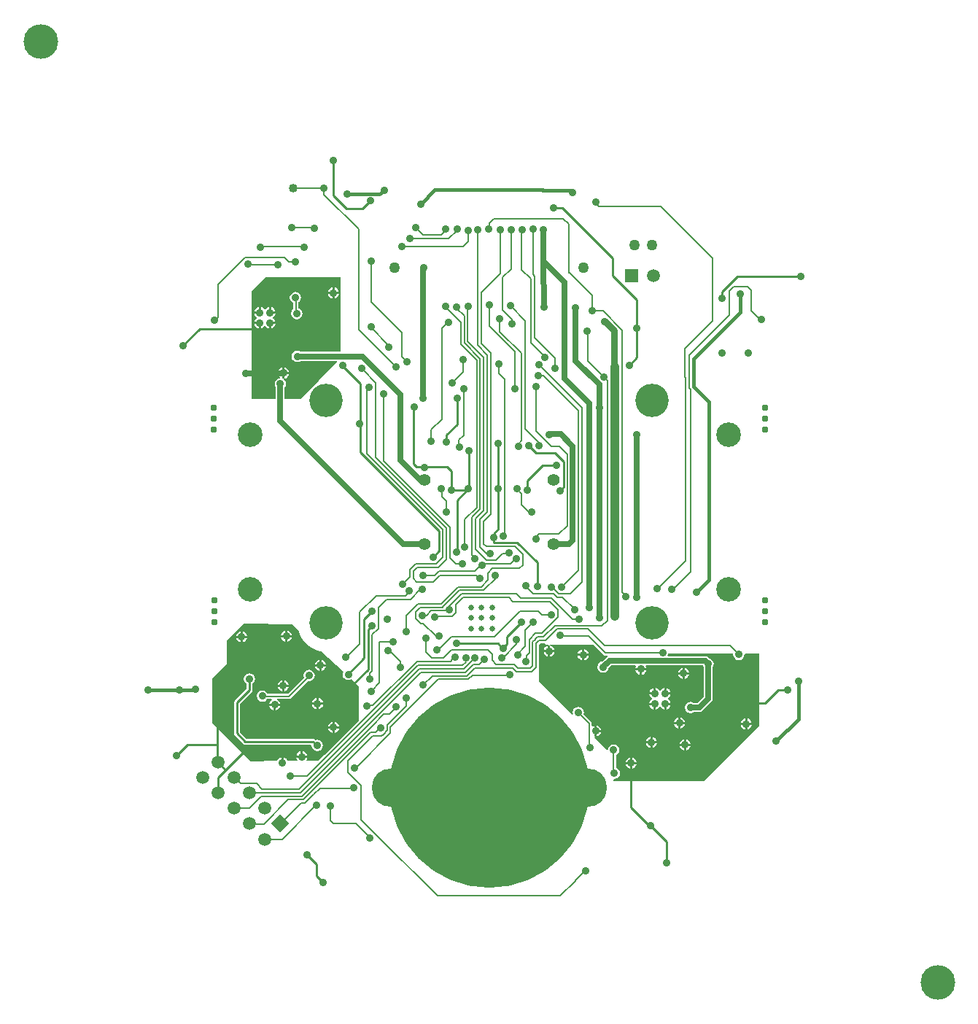
<source format=gbl>
%FSLAX25Y25*%
%MOIN*%
G70*
G01*
G75*
G04 Layer_Physical_Order=2*
G04 Layer_Color=16711680*
%ADD10R,0.03543X0.02756*%
%ADD11R,0.02756X0.03543*%
%ADD12R,0.01969X0.02362*%
%ADD13R,0.02362X0.01969*%
%ADD14R,0.07874X0.03937*%
G04:AMPARAMS|DCode=15|XSize=24mil|YSize=47mil|CornerRadius=0mil|HoleSize=0mil|Usage=FLASHONLY|Rotation=200.000|XOffset=0mil|YOffset=0mil|HoleType=Round|Shape=Rectangle|*
%AMROTATEDRECTD15*
4,1,4,0.00324,0.02619,0.01931,-0.01798,-0.00324,-0.02619,-0.01931,0.01798,0.00324,0.02619,0.0*
%
%ADD15ROTATEDRECTD15*%

G04:AMPARAMS|DCode=16|XSize=24mil|YSize=47mil|CornerRadius=0mil|HoleSize=0mil|Usage=FLASHONLY|Rotation=340.000|XOffset=0mil|YOffset=0mil|HoleType=Round|Shape=Rectangle|*
%AMROTATEDRECTD16*
4,1,4,-0.01931,-0.01798,-0.00324,0.02619,0.01931,0.01798,0.00324,-0.02619,-0.01931,-0.01798,0.0*
%
%ADD16ROTATEDRECTD16*%

G04:AMPARAMS|DCode=17|XSize=24mil|YSize=47mil|CornerRadius=0mil|HoleSize=0mil|Usage=FLASHONLY|Rotation=120.000|XOffset=0mil|YOffset=0mil|HoleType=Round|Shape=Rectangle|*
%AMROTATEDRECTD17*
4,1,4,0.02635,0.00136,-0.01435,-0.02214,-0.02635,-0.00136,0.01435,0.02214,0.02635,0.00136,0.0*
%
%ADD17ROTATEDRECTD17*%

%ADD18R,0.03543X0.03150*%
%ADD19R,0.03150X0.03543*%
%ADD20R,0.17300X0.05650*%
%ADD21O,0.01378X0.05906*%
G04:AMPARAMS|DCode=22|XSize=24mil|YSize=47mil|CornerRadius=0mil|HoleSize=0mil|Usage=FLASHONLY|Rotation=240.000|XOffset=0mil|YOffset=0mil|HoleType=Round|Shape=Rectangle|*
%AMROTATEDRECTD22*
4,1,4,-0.01435,0.02214,0.02635,-0.00136,0.01435,-0.02214,-0.02635,0.00136,-0.01435,0.02214,0.0*
%
%ADD22ROTATEDRECTD22*%

%ADD23R,0.05512X0.04724*%
%ADD24C,0.04000*%
%ADD25R,0.06299X0.05118*%
%ADD26R,0.02913X0.11004*%
%ADD27R,0.04724X0.05512*%
%ADD28R,0.03150X0.01181*%
%ADD29R,0.01181X0.03150*%
%ADD30O,0.03347X0.00984*%
%ADD31O,0.00984X0.03347*%
%ADD32O,0.03150X0.00984*%
%ADD33O,0.00984X0.03150*%
%ADD34R,0.14173X0.14173*%
%ADD35R,0.09843X0.09843*%
%ADD36O,0.00984X0.03740*%
%ADD37O,0.03740X0.00984*%
%ADD38R,0.09449X0.09449*%
%ADD39R,0.05906X0.02362*%
%ADD40R,0.04000X0.02800*%
%ADD41R,0.02756X0.05906*%
%ADD42C,0.02500*%
%ADD43C,0.04000*%
%ADD44C,0.00800*%
%ADD45C,0.01500*%
%ADD46C,0.01000*%
%ADD47C,0.03000*%
%ADD48C,0.02000*%
%ADD49R,0.15800X0.06400*%
%ADD50C,0.15800*%
%ADD51C,0.03100*%
%ADD52C,0.05512*%
%ADD53C,0.05000*%
%ADD54R,0.05906X0.05906*%
%ADD55C,0.05906*%
%ADD56P,0.08352X4X180.0*%
%ADD57C,0.03543*%
%ADD58C,0.03500*%
%ADD59C,0.11200*%
%ADD60C,0.15200*%
%ADD61C,0.17500*%
%ADD62C,0.91500*%
%ADD63C,0.02598*%
G36*
X332100Y473180D02*
X313759D01*
X313291Y473493D01*
X312300Y473690D01*
X311309Y473493D01*
X310469Y472931D01*
X309907Y472091D01*
X309710Y471100D01*
X309907Y470109D01*
X310469Y469269D01*
X311309Y468707D01*
X312300Y468510D01*
X313291Y468707D01*
X313759Y469020D01*
X330375D01*
X330570Y468560D01*
X314195Y451650D01*
X306530D01*
Y456816D01*
X306993Y457509D01*
X307190Y458500D01*
X306993Y459491D01*
X306431Y460331D01*
X305949Y460653D01*
X306000Y460910D01*
X305500Y461010D01*
Y463000D01*
X303510D01*
X303607Y462509D01*
X304169Y461669D01*
X304392Y461519D01*
X304295Y461029D01*
X303609Y460893D01*
X302769Y460331D01*
X302207Y459491D01*
X302010Y458500D01*
X302207Y457509D01*
X302370Y457266D01*
Y451650D01*
X291350D01*
Y462697D01*
X291390Y462900D01*
X288899D01*
Y463900D01*
X291390D01*
X291350Y464103D01*
Y500651D01*
X297877Y507209D01*
X297965Y507300D01*
X332100D01*
Y473180D01*
D02*
G37*
G36*
X309965Y348762D02*
X312842Y346067D01*
X313060Y345158D01*
X313845Y343262D01*
X314918Y341512D01*
X316251Y339951D01*
X317812Y338618D01*
X319562Y337545D01*
X321458Y336760D01*
X323233Y336334D01*
X333341Y326866D01*
X333257Y326741D01*
X333060Y325750D01*
X333257Y324759D01*
X333819Y323919D01*
X334659Y323357D01*
X335650Y323160D01*
X336641Y323357D01*
X336901Y323531D01*
X340500Y320159D01*
Y304616D01*
X324892Y289008D01*
X321860Y286188D01*
X316698Y286173D01*
X316462Y286614D01*
X316793Y287109D01*
X316890Y287600D01*
X311910D01*
X312007Y287109D01*
X312347Y286601D01*
X312111Y286160D01*
X307921Y286148D01*
X307893Y286291D01*
X307331Y287131D01*
X306491Y287693D01*
X306000Y287790D01*
Y285299D01*
X305000D01*
Y287790D01*
X304509Y287693D01*
X303669Y287131D01*
X303107Y286291D01*
X303076Y286134D01*
X291044Y286100D01*
X273350Y303229D01*
X273435Y324032D01*
X279991Y330192D01*
X280179Y341193D01*
X287953Y348850D01*
X309965Y348762D01*
D02*
G37*
G36*
X425800Y339400D02*
X427213D01*
X427262Y338903D01*
X427450Y338940D01*
X427638Y338903D01*
X427687Y339400D01*
X447684D01*
X452392Y334692D01*
X452392D01*
X452392Y334692D01*
X452392Y334692D01*
Y334692D01*
X452786Y334429D01*
X453250Y334337D01*
X454039D01*
X454184Y333858D01*
X453529Y333421D01*
X451723Y331615D01*
X451109Y331493D01*
X450269Y330931D01*
X449707Y330091D01*
X449510Y329100D01*
X449707Y328109D01*
X450269Y327269D01*
X451109Y326707D01*
X452100Y326510D01*
X453091Y326707D01*
X453931Y327269D01*
X454493Y328109D01*
X454590Y328598D01*
X455862Y329870D01*
X466914D01*
X467150Y329429D01*
X466957Y329141D01*
X466860Y328650D01*
X471840D01*
X471743Y329141D01*
X471550Y329429D01*
X471786Y329870D01*
X497655D01*
X497707Y329609D01*
X498020Y329141D01*
Y315461D01*
X495238Y312680D01*
X493559D01*
X493091Y312993D01*
X492100Y313190D01*
X491109Y312993D01*
X490269Y312431D01*
X489707Y311591D01*
X489510Y310600D01*
X489707Y309609D01*
X490269Y308769D01*
X491109Y308207D01*
X492100Y308010D01*
X493091Y308207D01*
X493559Y308520D01*
X496100D01*
X496896Y308678D01*
X497571Y309129D01*
X501571Y313129D01*
X502022Y313804D01*
X502180Y314600D01*
X502180Y314600D01*
X502180Y314600D01*
Y314600D01*
Y329141D01*
X502493Y329609D01*
X502690Y330600D01*
X502493Y331591D01*
X501931Y332431D01*
X501091Y332993D01*
X500664Y333078D01*
X500321Y333421D01*
X499646Y333872D01*
X498850Y334030D01*
X481736D01*
X481500Y334471D01*
X481693Y334759D01*
X481790Y335250D01*
X511306D01*
X511623Y334863D01*
X511610Y334800D01*
X511807Y333809D01*
X512369Y332969D01*
X513209Y332407D01*
X514200Y332210D01*
X515191Y332407D01*
X516031Y332969D01*
X516593Y333809D01*
X516790Y334800D01*
X516777Y334863D01*
X517094Y335250D01*
X523400D01*
Y302050D01*
X522150Y300800D01*
X498400Y277050D01*
X456750D01*
Y277666D01*
X457136Y277983D01*
X457250Y277960D01*
X458241Y278157D01*
X459081Y278719D01*
X459643Y279559D01*
X459840Y280550D01*
X459643Y281541D01*
X459081Y282381D01*
X458241Y282943D01*
X458163Y282958D01*
Y288906D01*
X458781Y289319D01*
X459343Y290159D01*
X459540Y291150D01*
X459343Y292141D01*
X458781Y292981D01*
X457941Y293543D01*
X456950Y293740D01*
X455959Y293543D01*
X455119Y292981D01*
X454557Y292141D01*
X454412Y291411D01*
X453934Y291266D01*
X448223Y296977D01*
X448458Y297418D01*
X448250Y297460D01*
Y299949D01*
Y302440D01*
X447759Y302343D01*
X447304Y302039D01*
X446863Y302274D01*
Y303450D01*
X446771Y303914D01*
X446508Y304308D01*
X443195Y307621D01*
X443340Y308350D01*
X443143Y309341D01*
X442581Y310181D01*
X441741Y310743D01*
X440750Y310940D01*
X439759Y310743D01*
X438919Y310181D01*
X438357Y309341D01*
X438160Y308350D01*
X438318Y307559D01*
X437877Y307323D01*
X434700Y310500D01*
X422950Y322250D01*
Y334200D01*
Y339400D01*
X423350Y339800D01*
X425400D01*
X425800Y339400D01*
D02*
G37*
%LPC*%
G36*
X486600Y306090D02*
X486109Y305993D01*
X485269Y305431D01*
X484707Y304591D01*
X484610Y304100D01*
X486600D01*
Y306090D01*
D02*
G37*
G36*
X487600D02*
Y304100D01*
X489590D01*
X489493Y304591D01*
X488931Y305431D01*
X488091Y305993D01*
X487600Y306090D01*
D02*
G37*
G36*
X301600Y311400D02*
X299610D01*
X299707Y310909D01*
X300269Y310069D01*
X301109Y309507D01*
X301600Y309410D01*
Y311400D01*
D02*
G37*
G36*
X304590D02*
X302600D01*
Y309410D01*
X303091Y309507D01*
X303931Y310069D01*
X304493Y310909D01*
X304590Y311400D01*
D02*
G37*
G36*
X518050Y305590D02*
Y303600D01*
X520040D01*
X519943Y304091D01*
X519381Y304931D01*
X518541Y305493D01*
X518050Y305590D01*
D02*
G37*
G36*
X489590Y303100D02*
X487600D01*
Y301110D01*
X488091Y301207D01*
X488931Y301769D01*
X489493Y302609D01*
X489590Y303100D01*
D02*
G37*
G36*
X486600D02*
X484610D01*
X484707Y302609D01*
X485269Y301769D01*
X486109Y301207D01*
X486600Y301110D01*
Y303100D01*
D02*
G37*
G36*
X328400Y304090D02*
X327909Y303993D01*
X327069Y303431D01*
X326507Y302591D01*
X326410Y302100D01*
X328400D01*
Y304090D01*
D02*
G37*
G36*
X517050Y305590D02*
X516559Y305493D01*
X515719Y304931D01*
X515157Y304091D01*
X515060Y303600D01*
X517050D01*
Y305590D01*
D02*
G37*
G36*
X329400Y304090D02*
Y302100D01*
X331390D01*
X331293Y302591D01*
X330731Y303431D01*
X329891Y303993D01*
X329400Y304090D01*
D02*
G37*
G36*
X475238Y319453D02*
X474747Y319355D01*
X473907Y318793D01*
X473345Y317953D01*
X473247Y317462D01*
X475238D01*
Y319453D01*
D02*
G37*
G36*
X322100Y314890D02*
Y312900D01*
X324090D01*
X323993Y313391D01*
X323431Y314231D01*
X322591Y314793D01*
X322100Y314890D01*
D02*
G37*
G36*
X480962Y319453D02*
Y317462D01*
X482952D01*
X482855Y317953D01*
X482293Y318793D01*
X481453Y319355D01*
X480962Y319453D01*
D02*
G37*
G36*
X308290Y320050D02*
X306300D01*
Y318060D01*
X306791Y318157D01*
X307631Y318719D01*
X308193Y319559D01*
X308290Y320050D01*
D02*
G37*
G36*
X305300D02*
X303310D01*
X303407Y319559D01*
X303969Y318719D01*
X304809Y318157D01*
X305300Y318060D01*
Y320050D01*
D02*
G37*
G36*
X482952Y311738D02*
X480962D01*
Y309748D01*
X481453Y309845D01*
X482293Y310407D01*
X482855Y311247D01*
X482952Y311738D01*
D02*
G37*
G36*
X475238D02*
X473247D01*
X473345Y311247D01*
X473907Y310407D01*
X474747Y309845D01*
X475238Y309748D01*
Y311738D01*
D02*
G37*
G36*
X321100Y311900D02*
X319110D01*
X319207Y311409D01*
X319769Y310569D01*
X320609Y310007D01*
X321100Y309910D01*
Y311900D01*
D02*
G37*
G36*
Y314890D02*
X320609Y314793D01*
X319769Y314231D01*
X319207Y313391D01*
X319110Y312900D01*
X321100D01*
Y314890D01*
D02*
G37*
G36*
X324090Y311900D02*
X322100D01*
Y309910D01*
X322591Y310007D01*
X323431Y310569D01*
X323993Y311409D01*
X324090Y311900D01*
D02*
G37*
G36*
X520040Y302600D02*
X518050D01*
Y300610D01*
X518541Y300707D01*
X519381Y301269D01*
X519943Y302109D01*
X520040Y302600D01*
D02*
G37*
G36*
X290500Y326290D02*
X289509Y326093D01*
X288669Y325531D01*
X288107Y324691D01*
X287910Y323700D01*
X288107Y322709D01*
X288669Y321869D01*
X289285Y321457D01*
Y319145D01*
X283870Y313730D01*
X283585Y313303D01*
X283485Y312800D01*
X283485Y312800D01*
Y298800D01*
X283485Y298800D01*
X283585Y298297D01*
X283870Y297870D01*
X287670Y294070D01*
X288097Y293785D01*
X288600Y293685D01*
X318613D01*
X318930Y293298D01*
X318910Y293200D01*
X319107Y292209D01*
X319669Y291369D01*
X320509Y290807D01*
X321500Y290610D01*
X322491Y290807D01*
X323331Y291369D01*
X323893Y292209D01*
X324090Y293200D01*
X323893Y294191D01*
X323331Y295031D01*
X322491Y295593D01*
X321500Y295790D01*
X320725Y295636D01*
X320430Y295930D01*
X320003Y296215D01*
X319500Y296315D01*
X319500Y296315D01*
X289145D01*
X286115Y299345D01*
Y312255D01*
X291530Y317670D01*
X291815Y318097D01*
X291915Y318600D01*
X291915Y318600D01*
Y321591D01*
X292331Y321869D01*
X292893Y322709D01*
X293090Y323700D01*
X292893Y324691D01*
X292331Y325531D01*
X291491Y326093D01*
X290500Y326290D01*
D02*
G37*
G36*
X314900Y290590D02*
Y288600D01*
X316890D01*
X316793Y289091D01*
X316231Y289931D01*
X315391Y290493D01*
X314900Y290590D01*
D02*
G37*
G36*
X489000Y293050D02*
X487010D01*
X487107Y292559D01*
X487669Y291719D01*
X488509Y291157D01*
X489000Y291060D01*
Y293050D01*
D02*
G37*
G36*
X473650Y294200D02*
X471660D01*
X471757Y293709D01*
X472319Y292869D01*
X473159Y292307D01*
X473650Y292210D01*
Y294200D01*
D02*
G37*
G36*
X491990Y293050D02*
X490000D01*
Y291060D01*
X490491Y291157D01*
X491331Y291719D01*
X491893Y292559D01*
X491990Y293050D01*
D02*
G37*
G36*
X467340Y284700D02*
X465350D01*
Y282710D01*
X465841Y282807D01*
X466681Y283369D01*
X467243Y284209D01*
X467340Y284700D01*
D02*
G37*
G36*
X464350D02*
X462360D01*
X462457Y284209D01*
X463019Y283369D01*
X463859Y282807D01*
X464350Y282710D01*
Y284700D01*
D02*
G37*
G36*
Y287690D02*
X463859Y287593D01*
X463019Y287031D01*
X462457Y286191D01*
X462360Y285700D01*
X464350D01*
Y287690D01*
D02*
G37*
G36*
X313900Y290590D02*
X313409Y290493D01*
X312569Y289931D01*
X312007Y289091D01*
X311910Y288600D01*
X313900D01*
Y290590D01*
D02*
G37*
G36*
X465350Y287690D02*
Y285700D01*
X467340D01*
X467243Y286191D01*
X466681Y287031D01*
X465841Y287593D01*
X465350Y287690D01*
D02*
G37*
G36*
X328400Y301100D02*
X326410D01*
X326507Y300609D01*
X327069Y299769D01*
X327909Y299207D01*
X328400Y299110D01*
Y301100D01*
D02*
G37*
G36*
X451240Y299450D02*
X449250D01*
Y297460D01*
X449741Y297557D01*
X450581Y298119D01*
X451143Y298959D01*
X451240Y299450D01*
D02*
G37*
G36*
X331390Y301100D02*
X329400D01*
Y299110D01*
X329891Y299207D01*
X330731Y299769D01*
X331293Y300609D01*
X331390Y301100D01*
D02*
G37*
G36*
X517050Y302600D02*
X515060D01*
X515157Y302109D01*
X515719Y301269D01*
X516559Y300707D01*
X517050Y300610D01*
Y302600D01*
D02*
G37*
G36*
X449250Y302440D02*
Y300450D01*
X451240D01*
X451143Y300941D01*
X450581Y301781D01*
X449741Y302343D01*
X449250Y302440D01*
D02*
G37*
G36*
X489000Y296040D02*
X488509Y295943D01*
X487669Y295381D01*
X487107Y294541D01*
X487010Y294050D01*
X489000D01*
Y296040D01*
D02*
G37*
G36*
X476640Y294200D02*
X474650D01*
Y292210D01*
X475141Y292307D01*
X475981Y292869D01*
X476543Y293709D01*
X476640Y294200D01*
D02*
G37*
G36*
X490000Y296040D02*
Y294050D01*
X491990D01*
X491893Y294541D01*
X491331Y295381D01*
X490491Y295943D01*
X490000Y296040D01*
D02*
G37*
G36*
X474650Y297190D02*
Y295200D01*
X476640D01*
X476543Y295691D01*
X475981Y296531D01*
X475141Y297093D01*
X474650Y297190D01*
D02*
G37*
G36*
X473650D02*
X473159Y297093D01*
X472319Y296531D01*
X471757Y295691D01*
X471660Y295200D01*
X473650D01*
Y297190D01*
D02*
G37*
G36*
X306900Y345690D02*
X306409Y345593D01*
X305569Y345031D01*
X305007Y344191D01*
X304910Y343700D01*
X306900D01*
Y345690D01*
D02*
G37*
G36*
X287300Y345440D02*
Y343450D01*
X289290D01*
X289193Y343941D01*
X288631Y344781D01*
X287791Y345343D01*
X287300Y345440D01*
D02*
G37*
G36*
X307900Y345690D02*
Y343700D01*
X309890D01*
X309793Y344191D01*
X309231Y345031D01*
X308391Y345593D01*
X307900Y345690D01*
D02*
G37*
G36*
X305500Y465990D02*
X305009Y465893D01*
X304169Y465331D01*
X303607Y464491D01*
X303510Y464000D01*
X305500D01*
Y465990D01*
D02*
G37*
G36*
X308490Y463000D02*
X306500D01*
Y461010D01*
X306991Y461107D01*
X307831Y461669D01*
X308393Y462509D01*
X308490Y463000D01*
D02*
G37*
G36*
X289290Y342450D02*
X287300D01*
Y340460D01*
X287791Y340557D01*
X288631Y341119D01*
X289193Y341959D01*
X289290Y342450D01*
D02*
G37*
G36*
X286300D02*
X284310D01*
X284407Y341959D01*
X284969Y341119D01*
X285809Y340557D01*
X286300Y340460D01*
Y342450D01*
D02*
G37*
G36*
X306900Y342700D02*
X304910D01*
X305007Y342209D01*
X305569Y341369D01*
X306409Y340807D01*
X306900Y340710D01*
Y342700D01*
D02*
G37*
G36*
X286300Y345440D02*
X285809Y345343D01*
X284969Y344781D01*
X284407Y343941D01*
X284310Y343450D01*
X286300D01*
Y345440D01*
D02*
G37*
G36*
X309890Y342700D02*
X307900D01*
Y340710D01*
X308391Y340807D01*
X309231Y341369D01*
X309793Y342209D01*
X309890Y342700D01*
D02*
G37*
G36*
X306500Y465990D02*
Y464000D01*
X308490D01*
X308393Y464491D01*
X307831Y465331D01*
X306991Y465893D01*
X306500Y465990D01*
D02*
G37*
G36*
X328350Y499600D02*
X326360D01*
X326457Y499109D01*
X327019Y498269D01*
X327859Y497707D01*
X328350Y497610D01*
Y499600D01*
D02*
G37*
G36*
X299362Y493552D02*
X298871Y493455D01*
X298031Y492893D01*
X297750Y492473D01*
X297250D01*
X296969Y492893D01*
X296129Y493455D01*
X295638Y493552D01*
Y491061D01*
X295139D01*
Y490562D01*
X292648D01*
X292745Y490071D01*
X293307Y489231D01*
X293727Y488950D01*
Y488450D01*
X293307Y488169D01*
X292745Y487329D01*
X292648Y486838D01*
X295139D01*
Y486339D01*
X295638D01*
Y483848D01*
X296129Y483945D01*
X296969Y484507D01*
X297250Y484927D01*
X297750D01*
X298031Y484507D01*
X298871Y483945D01*
X299362Y483848D01*
Y486339D01*
X299861D01*
Y486838D01*
X302352D01*
X302255Y487329D01*
X301693Y488169D01*
X301273Y488450D01*
Y488950D01*
X301693Y489231D01*
X302255Y490071D01*
X302352Y490562D01*
X299861D01*
Y491061D01*
X299362D01*
Y493552D01*
D02*
G37*
G36*
X331340Y499600D02*
X329350D01*
Y497610D01*
X329841Y497707D01*
X330681Y498269D01*
X331243Y499109D01*
X331340Y499600D01*
D02*
G37*
G36*
X329350Y502590D02*
Y500600D01*
X331340D01*
X331243Y501091D01*
X330681Y501931D01*
X329841Y502493D01*
X329350Y502590D01*
D02*
G37*
G36*
X328350D02*
X327859Y502493D01*
X327019Y501931D01*
X326457Y501091D01*
X326360Y500600D01*
X328350D01*
Y502590D01*
D02*
G37*
G36*
X302352Y485838D02*
X300362D01*
Y483848D01*
X300853Y483945D01*
X301693Y484507D01*
X302255Y485347D01*
X302352Y485838D01*
D02*
G37*
G36*
X294638D02*
X292648D01*
X292745Y485347D01*
X293307Y484507D01*
X294147Y483945D01*
X294638Y483848D01*
Y485838D01*
D02*
G37*
G36*
X311500Y500490D02*
X310509Y500293D01*
X309669Y499731D01*
X309107Y498891D01*
X308910Y497900D01*
X309107Y496909D01*
X309669Y496069D01*
X310487Y495522D01*
Y492677D01*
X310269Y492531D01*
X309707Y491691D01*
X309510Y490700D01*
X309707Y489709D01*
X310269Y488869D01*
X311109Y488307D01*
X312100Y488110D01*
X313091Y488307D01*
X313931Y488869D01*
X314493Y489709D01*
X314690Y490700D01*
X314493Y491691D01*
X313931Y492531D01*
X313091Y493093D01*
X312913Y493128D01*
Y495789D01*
X313331Y496069D01*
X313893Y496909D01*
X314090Y497900D01*
X313893Y498891D01*
X313331Y499731D01*
X312491Y500293D01*
X311500Y500490D01*
D02*
G37*
G36*
X300362Y493552D02*
Y491562D01*
X302352D01*
X302255Y492053D01*
X301693Y492893D01*
X300853Y493455D01*
X300362Y493552D01*
D02*
G37*
G36*
X294638D02*
X294147Y493455D01*
X293307Y492893D01*
X292745Y492053D01*
X292648Y491562D01*
X294638D01*
Y493552D01*
D02*
G37*
G36*
X427950Y338840D02*
Y336850D01*
X429940D01*
X429843Y337341D01*
X429281Y338181D01*
X428441Y338743D01*
X427950Y338840D01*
D02*
G37*
G36*
X468850Y327650D02*
X466860D01*
X466957Y327159D01*
X467519Y326319D01*
X468359Y325757D01*
X468850Y325660D01*
Y327650D01*
D02*
G37*
G36*
X491290Y325700D02*
X489300D01*
Y323710D01*
X489791Y323807D01*
X490631Y324369D01*
X491193Y325209D01*
X491290Y325700D01*
D02*
G37*
G36*
X471840Y327650D02*
X469850D01*
Y325660D01*
X470341Y325757D01*
X471181Y326319D01*
X471743Y327159D01*
X471840Y327650D01*
D02*
G37*
G36*
X489300Y328690D02*
Y326700D01*
X491290D01*
X491193Y327191D01*
X490631Y328031D01*
X489791Y328593D01*
X489300Y328690D01*
D02*
G37*
G36*
X488300D02*
X487809Y328593D01*
X486969Y328031D01*
X486407Y327191D01*
X486310Y326700D01*
X488300D01*
Y328690D01*
D02*
G37*
G36*
X305300Y323040D02*
X304809Y322943D01*
X303969Y322381D01*
X303407Y321541D01*
X303310Y321050D01*
X305300D01*
Y323040D01*
D02*
G37*
G36*
X479962Y319453D02*
X479471Y319355D01*
X478631Y318793D01*
X478350Y318373D01*
X477850D01*
X477569Y318793D01*
X476729Y319355D01*
X476238Y319453D01*
Y316961D01*
X475739D01*
Y316462D01*
X473247D01*
X473345Y315971D01*
X473907Y315131D01*
X474327Y314850D01*
Y314350D01*
X473907Y314069D01*
X473345Y313229D01*
X473247Y312738D01*
X475739D01*
Y312239D01*
X476238D01*
Y309748D01*
X476729Y309845D01*
X477569Y310407D01*
X477850Y310827D01*
X478350D01*
X478631Y310407D01*
X479471Y309845D01*
X479962Y309748D01*
Y312239D01*
X480461D01*
Y312738D01*
X482952D01*
X482855Y313229D01*
X482293Y314069D01*
X481873Y314350D01*
Y314850D01*
X482293Y315131D01*
X482855Y315971D01*
X482952Y316462D01*
X480461D01*
Y316961D01*
X479962D01*
Y319453D01*
D02*
G37*
G36*
X306300Y323040D02*
Y321050D01*
X308290D01*
X308193Y321541D01*
X307631Y322381D01*
X306791Y322943D01*
X306300Y323040D01*
D02*
G37*
G36*
X488300Y325700D02*
X486310D01*
X486407Y325209D01*
X486969Y324369D01*
X487809Y323807D01*
X488300Y323710D01*
Y325700D01*
D02*
G37*
G36*
X317700Y327790D02*
X316709Y327593D01*
X315869Y327031D01*
X315307Y326191D01*
X315110Y325200D01*
X315307Y324209D01*
X315342Y324158D01*
X308097Y316913D01*
X298661D01*
X298181Y317631D01*
X297341Y318193D01*
X296350Y318390D01*
X295359Y318193D01*
X294519Y317631D01*
X293957Y316791D01*
X293760Y315800D01*
X293957Y314809D01*
X294519Y313969D01*
X295359Y313407D01*
X296350Y313210D01*
X297341Y313407D01*
X298181Y313969D01*
X298527Y314487D01*
X300538D01*
X300683Y314008D01*
X300269Y313731D01*
X299707Y312891D01*
X299610Y312400D01*
X304590D01*
X304493Y312891D01*
X303931Y313731D01*
X303091Y314293D01*
X303110Y314487D01*
X308600D01*
X309064Y314579D01*
X309458Y314842D01*
X309458Y314842D01*
X309458Y314842D01*
X317305Y322689D01*
X317700Y322610D01*
X318691Y322807D01*
X319531Y323369D01*
X320093Y324209D01*
X320290Y325200D01*
X320093Y326191D01*
X319531Y327031D01*
X318691Y327593D01*
X317700Y327790D01*
D02*
G37*
G36*
X322300Y329400D02*
X320310D01*
X320407Y328909D01*
X320969Y328069D01*
X321809Y327507D01*
X322300Y327410D01*
Y329400D01*
D02*
G37*
G36*
X429940Y335850D02*
X427950D01*
Y333860D01*
X428441Y333957D01*
X429281Y334519D01*
X429843Y335359D01*
X429940Y335850D01*
D02*
G37*
G36*
X426950D02*
X424960D01*
X425057Y335359D01*
X425619Y334519D01*
X426459Y333957D01*
X426950Y333860D01*
Y335850D01*
D02*
G37*
G36*
X442500Y337190D02*
X442009Y337093D01*
X441169Y336531D01*
X440607Y335691D01*
X440510Y335200D01*
X442500D01*
Y337190D01*
D02*
G37*
G36*
X426950Y338840D02*
X426459Y338743D01*
X425619Y338181D01*
X425057Y337341D01*
X424960Y336850D01*
X426950D01*
Y338840D01*
D02*
G37*
G36*
X443500Y337190D02*
Y335200D01*
X445490D01*
X445393Y335691D01*
X444831Y336531D01*
X443991Y337093D01*
X443500Y337190D01*
D02*
G37*
G36*
X322300Y332390D02*
X321809Y332293D01*
X320969Y331731D01*
X320407Y330891D01*
X320310Y330400D01*
X322300D01*
Y332390D01*
D02*
G37*
G36*
X325290Y329400D02*
X323300D01*
Y327410D01*
X323791Y327507D01*
X324631Y328069D01*
X325193Y328909D01*
X325290Y329400D01*
D02*
G37*
G36*
X323300Y332390D02*
Y330400D01*
X325290D01*
X325193Y330891D01*
X324631Y331731D01*
X323791Y332293D01*
X323300Y332390D01*
D02*
G37*
G36*
X445490Y334200D02*
X443500D01*
Y332210D01*
X443991Y332307D01*
X444831Y332869D01*
X445393Y333709D01*
X445490Y334200D01*
D02*
G37*
G36*
X442500D02*
X440510D01*
X440607Y333709D01*
X441169Y332869D01*
X442009Y332307D01*
X442500Y332210D01*
Y334200D01*
D02*
G37*
%LPD*%
D24*
X310500Y548000D02*
D03*
D42*
X455000Y331950D02*
X498850D01*
X500100Y330700D01*
Y314600D02*
Y330600D01*
X452250Y329200D02*
X455000Y331950D01*
X353150Y393000D02*
X356400Y389750D01*
X356450D02*
X360800Y385400D01*
X359500Y423500D02*
Y453700D01*
X342100Y471100D02*
X359500Y453700D01*
X312300Y471100D02*
X342100D01*
X369900Y452000D02*
Y511500D01*
X434400Y460900D02*
X445800Y449500D01*
X432700Y435500D02*
X438200Y430000D01*
Y387100D02*
Y430000D01*
X436500Y385400D02*
X438200Y387100D01*
X427500Y435500D02*
X432700D01*
X496100Y310600D02*
X500100Y314600D01*
X492100Y310600D02*
X496100D01*
X359500Y423500D02*
X368000Y415000D01*
X424900Y514600D02*
Y529000D01*
Y514600D02*
X434400Y505100D01*
Y460900D02*
Y505100D01*
X368000Y415000D02*
X370100D01*
X424900Y514600D02*
X425050Y493650D01*
X304450Y441750D02*
Y457600D01*
Y441750D02*
X353150Y393050D01*
X439500Y469000D02*
X450350Y458150D01*
Y447800D02*
Y458150D01*
X439500Y469000D02*
Y492900D01*
X450400Y352100D02*
Y447750D01*
X288900Y463400D02*
X306000D01*
X360800Y385400D02*
X370619D01*
X428400D02*
X436500D01*
X467450Y361100D02*
Y435300D01*
X445800Y356400D02*
Y449500D01*
D43*
X457400Y352200D02*
Y442700D01*
X457500Y442800D02*
Y466250D01*
D44*
X518000Y503100D02*
X519700Y501400D01*
Y501500D01*
Y492000D02*
Y501400D01*
X524100Y487600D02*
X524300Y487800D01*
X511900Y503100D02*
X518000D01*
X509900Y501100D02*
X511900Y503100D01*
X509900Y490000D02*
Y501100D01*
X491460Y471560D02*
X509900Y490000D01*
X388000Y464000D02*
Y469500D01*
X383000Y459000D02*
X388000Y464000D01*
X344000Y456000D02*
X345000Y457000D01*
X344000Y426740D02*
Y456000D01*
Y426740D02*
X378890Y391850D01*
Y379432D02*
Y391850D01*
X375748Y376290D02*
X378890Y379432D01*
X366508Y376290D02*
X375748D01*
X363810Y373592D02*
X366508Y376290D01*
X363810Y370270D02*
Y373592D01*
X360540Y367000D02*
X363810Y370270D01*
X373600Y437500D02*
X378550Y442450D01*
Y484050D01*
X375750Y343150D02*
X377050D01*
X411950Y384200D02*
X415400Y380750D01*
Y375750D02*
Y380750D01*
X413850Y374200D02*
X415400Y375750D01*
X403050Y378050D02*
X406100Y381100D01*
X398750Y378050D02*
X403050D01*
X398800Y384200D02*
X411950D01*
X397600Y385400D02*
X398800Y384200D01*
X398650Y381000D02*
X399750D01*
X395700Y383950D02*
X398650Y381000D01*
X397600Y385400D02*
Y395650D01*
X400750Y398800D01*
X396450Y476950D02*
X400750Y472650D01*
Y398800D02*
Y472650D01*
X404500Y463150D02*
Y466600D01*
Y463150D02*
X407000Y460650D01*
X396450Y476950D02*
Y500350D01*
X405000Y508900D01*
Y529100D01*
X401600Y374200D02*
X413850D01*
X399500Y372100D02*
X401600Y374200D01*
X399500Y368950D02*
Y372100D01*
X392000Y380350D02*
X393250Y379100D01*
X392000Y380350D02*
Y384138D01*
X393750Y383050D02*
X398750Y378050D01*
X393750Y383050D02*
Y396924D01*
X394200Y371000D02*
X395350Y369850D01*
X377500Y371000D02*
X394200D01*
X374600Y368100D02*
X377500Y371000D01*
X396300Y365750D02*
X399500Y368950D01*
X385750Y365750D02*
X396300D01*
X397450Y364150D02*
X403350Y370050D01*
X386450Y364150D02*
X397450D01*
X381850Y356950D02*
X387450Y362550D01*
X384786Y357586D02*
X388150Y360950D01*
X381850Y355550D02*
Y356950D01*
X384786Y353988D02*
Y357586D01*
X361900Y361700D02*
X363650Y363450D01*
X348300Y361700D02*
X361900D01*
X340850Y354250D02*
X348300Y361700D01*
X383700Y333500D02*
X384400D01*
X422300Y431300D02*
Y432100D01*
X460850Y363300D02*
X462652Y361497D01*
X448650Y541200D02*
X450100Y539750D01*
X453250Y335550D02*
X479150D01*
X445350Y343450D02*
X453250Y335550D01*
X382900Y337000D02*
X399300D01*
X388572Y328300D02*
X393472Y333200D01*
X368137Y328300D02*
X388572D01*
X389235Y326700D02*
X392685Y330150D01*
X368800Y326700D02*
X389235D01*
X374000Y325100D02*
X389897D01*
X390560Y323500D02*
X392510Y325450D01*
X376700Y323500D02*
X390560D01*
X349950Y340550D02*
X356200D01*
X349950Y321800D02*
Y340550D01*
X346400Y318250D02*
X349950Y321800D01*
X410400Y486000D02*
Y488050D01*
X380091Y493591D02*
X387050Y486631D01*
Y476524D02*
Y486631D01*
X339100Y257600D02*
X345350Y251350D01*
X328900Y257600D02*
X339100D01*
X341300Y259450D02*
X348490Y252260D01*
X341300Y259450D02*
Y275050D01*
X383048Y352250D02*
X384786Y353988D01*
X400200Y484837D02*
X411800Y473237D01*
X404900Y482400D02*
X414800Y472500D01*
X404900Y482400D02*
Y488000D01*
X410000Y493900D02*
X416600Y487300D01*
X400200Y484837D02*
Y494100D01*
X416600Y437800D02*
Y487300D01*
X414800Y432600D02*
Y472500D01*
X406200Y492250D02*
X410400Y488050D01*
X376813Y374700D02*
X380500Y378387D01*
X367167Y374700D02*
X376813D01*
X365400Y372933D02*
X367167Y374700D01*
X380500Y378387D02*
Y392517D01*
X340850Y339650D02*
Y354250D01*
X335750Y334550D02*
X340850Y339650D01*
X335750Y333850D02*
Y334550D01*
X484550Y364900D02*
X492150Y372500D01*
X359438Y328862D02*
Y331512D01*
X424750Y462250D02*
X440650Y446350D01*
X423250Y462250D02*
X424750D01*
X338625Y283575D02*
X339725D01*
X335400Y280950D02*
X341300Y275050D01*
X353350Y300178D02*
Y302650D01*
X351622Y298450D02*
X353350Y300178D01*
X422900Y467200D02*
X442500Y447600D01*
X432100Y429900D02*
X435750Y426250D01*
Y393750D02*
Y426250D01*
X431800Y389800D02*
X435750Y393750D01*
X305400Y250450D02*
X320950Y266000D01*
X297750Y250450D02*
X305400D01*
X314000Y266900D02*
X315900D01*
X319813Y270813D01*
X315151Y268500D02*
X345851Y299200D01*
X314488Y270100D02*
X346288Y301900D01*
X313825Y271700D02*
X345725Y303600D01*
X290400Y271700D02*
X313825D01*
X313263Y273400D02*
X344126Y304263D01*
X296100Y273400D02*
X313263D01*
X322650Y273700D02*
X338100D01*
X319813Y270863D02*
X322650Y273700D01*
X316843Y279243D02*
X342526Y304925D01*
X309057Y279243D02*
X316843D01*
X304700Y257600D02*
X314000Y266900D01*
X308100Y268500D02*
X315151D01*
X295900Y270100D02*
X314488D01*
X297000Y257400D02*
X308100Y268500D01*
X290300Y264500D02*
X295900Y270100D01*
X436300Y509600D02*
Y531700D01*
X410000Y511000D02*
Y528900D01*
X406200Y507200D02*
X410000Y511000D01*
X382200Y378900D02*
Y393080D01*
X365400Y369600D02*
Y372933D01*
X362036Y311336D02*
Y315036D01*
X353350Y302650D02*
X362036Y311336D01*
X354350Y307500D02*
X357450Y310600D01*
X351900Y307500D02*
X354350D01*
X346812Y311500D02*
X367012Y331700D01*
X382300D01*
X308500Y514200D02*
X311150D01*
X394300Y402100D02*
Y469275D01*
X395900Y417200D02*
Y469937D01*
X386200Y430000D02*
Y432800D01*
X395900Y401337D02*
Y417100D01*
X422700Y389800D02*
X431800D01*
X421000Y388100D02*
X422700Y389800D01*
X416600Y437800D02*
X422300Y432100D01*
X373600Y432400D02*
Y437500D01*
X414941Y403159D02*
X418000Y400100D01*
X380600Y400400D02*
Y404800D01*
X386200Y432800D02*
X388400Y435000D01*
Y456200D01*
X360000Y521300D02*
X388100D01*
X366750Y529750D02*
X369900Y526600D01*
X378200D01*
X380100Y528500D01*
X363700Y524800D02*
X381500D01*
X385450Y528750D01*
X388100Y521300D02*
X390300Y523500D01*
X414900Y510700D02*
Y528700D01*
X310500Y548000D02*
X324400D01*
X283400Y264500D02*
X290300D01*
X283700Y278500D02*
X286405Y275795D01*
X293705D01*
X296100Y273400D01*
X344200Y311500D02*
X346812D01*
X345851Y299200D02*
X348000D01*
X346300Y301900D02*
X351900Y307500D01*
X365400Y369600D02*
X366900Y368100D01*
X374600D01*
X433900Y534100D02*
X436300Y531700D01*
X388650Y477187D02*
Y489550D01*
X385150Y493050D02*
X388650Y489550D01*
X411800Y456500D02*
Y473237D01*
X400100Y529400D02*
Y532000D01*
X402200Y534100D01*
X382200Y378900D02*
X384700Y376400D01*
X421500Y437000D02*
Y456900D01*
Y437000D02*
X428600Y429900D01*
X432100D01*
X382300Y331700D02*
X383700Y333500D01*
X311700Y490800D02*
Y497600D01*
X327400Y259100D02*
Y265000D01*
X371000Y336100D02*
Y342100D01*
Y336100D02*
X373800Y333300D01*
X379200D01*
X382900Y337000D01*
X290900Y257400D02*
X297000D01*
X378300Y407100D02*
X380600Y404800D01*
X378300Y407100D02*
Y409900D01*
X413300Y431100D02*
X414800Y432600D01*
X413300Y430300D02*
Y431100D01*
X412700Y410500D02*
X414941Y408259D01*
Y403159D02*
Y408259D01*
X445000Y468900D02*
Y481400D01*
X406200Y492250D02*
Y507200D01*
X296350Y315800D02*
X297000Y315150D01*
X297550Y315700D02*
X308600D01*
X317775Y324875D01*
X354950Y301750D02*
X376700Y323500D01*
X369700Y320800D02*
X374000Y325100D01*
X342526Y304951D02*
X367475Y329900D01*
X344126Y304288D02*
X368137Y328300D01*
X345725Y303625D02*
X368800Y326700D01*
X367475Y329900D02*
X387900D01*
X389300Y331300D01*
X360000Y470900D02*
X362300Y468600D01*
X351900Y423380D02*
X382200Y393080D01*
X351900Y423380D02*
Y452600D01*
X348100Y424917D02*
X380500Y392517D01*
X360000Y470900D02*
Y482050D01*
X346150Y495800D02*
Y514500D01*
Y495800D02*
X360000Y482050D01*
X340400Y483400D02*
X357400Y466400D01*
X402200Y534100D02*
X433900D01*
X274400Y487500D02*
X276000Y489100D01*
X439400Y231500D02*
X443850Y235950D01*
X327400Y259100D02*
X328900Y257600D01*
X414900Y510700D02*
X419000Y506600D01*
X420000Y508500D02*
Y529000D01*
Y508500D02*
X420950Y507550D01*
X419000Y477350D02*
Y506600D01*
Y477350D02*
X425400Y470950D01*
X346050Y484150D02*
X354150Y476050D01*
X450100Y539750D02*
X478450D01*
X339725Y283575D02*
X354950Y298800D01*
Y301750D01*
X348540Y252260D02*
X376300Y224500D01*
X432450D01*
X439400Y231450D01*
X342400Y464800D02*
X348100Y459100D01*
Y424917D02*
Y459100D01*
X392685Y330150D02*
X395563D01*
X397900Y332487D01*
X389897Y325100D02*
X393347Y328550D01*
X407000Y389700D02*
Y460650D01*
X392520Y397957D02*
X395900Y401337D01*
X394110Y397299D02*
X397490Y400679D01*
Y470596D01*
X395860Y472226D02*
X397490Y470596D01*
X392010Y384148D02*
Y397433D01*
X395700Y396640D02*
X399080Y400020D01*
X392010Y397433D02*
X392520Y397943D01*
X388800Y396500D02*
X394300Y402000D01*
X388800Y384000D02*
Y396500D01*
X395700Y383950D02*
Y396640D01*
X397550Y376250D02*
X409750D01*
X412100Y378600D01*
X369400Y352700D02*
X371500D01*
X387050Y476524D02*
X394300Y469275D01*
X388650Y477187D02*
X395900Y469937D01*
X390250Y477850D02*
X395860Y472240D01*
X394650Y476200D02*
X399080Y471770D01*
Y400020D02*
Y471770D01*
X454000Y350450D02*
Y459900D01*
X376200Y352250D02*
X383048D01*
X388150Y360950D02*
X409000D01*
X452800Y338800D02*
X510200D01*
X514200Y334800D01*
X335400Y280950D02*
Y286150D01*
X346750Y297500D01*
X350700D01*
X351622Y298422D01*
X276000Y489100D02*
Y503800D01*
X288450Y516250D01*
X306450D01*
X308500Y514200D01*
X324550Y545000D02*
Y547050D01*
Y545000D02*
X340400Y529150D01*
Y483400D02*
Y529150D01*
X368900Y348950D02*
X369950D01*
X375750Y343150D01*
X378800Y356500D02*
X386450Y364150D01*
X366400Y351450D02*
X368900Y348950D01*
X366400Y351450D02*
Y354400D01*
X371500Y352700D02*
X373600Y354800D01*
X381150D01*
X378000Y358000D02*
X385750Y365750D01*
X366400Y354400D02*
X368410Y356410D01*
X378659D01*
X362200Y345350D02*
Y352650D01*
X367550Y358000D01*
X378000D01*
X445650Y293300D02*
Y303450D01*
X440750Y308350D02*
X445650Y303450D01*
X456950Y280800D02*
Y291100D01*
X420950Y479500D02*
X430100Y470350D01*
X420950Y479500D02*
Y507550D01*
X397890Y333190D02*
X397900Y333200D01*
X397890Y332655D02*
Y333190D01*
X401350Y332200D02*
X403150Y330400D01*
X401350Y332200D02*
Y334950D01*
X399300Y337000D02*
X401350Y334950D01*
X477000Y365000D02*
X489650Y377650D01*
X478450Y539750D02*
X502200Y516000D01*
Y487200D02*
Y516000D01*
X489500Y461500D02*
Y474500D01*
X489650Y377650D02*
Y461500D01*
X489500Y474500D02*
X502200Y487200D01*
X436500Y509500D02*
X447000Y499000D01*
Y492095D02*
Y499000D01*
X436300Y509600D02*
X436450Y509450D01*
X451958Y492000D02*
X460850Y483108D01*
Y363300D02*
Y483108D01*
X350400Y454100D02*
X351900Y452600D01*
X384700Y376400D02*
X389100D01*
X392510Y325450D02*
X410150D01*
X333850Y333850D02*
X335750D01*
X403200Y467900D02*
X404500Y466600D01*
X297000Y315150D02*
X297550Y315700D01*
X430100Y465450D02*
Y470350D01*
X422300Y429800D02*
Y431300D01*
X423200D01*
X422500Y430600D02*
X423200Y431300D01*
X418000Y400100D02*
X420700D01*
X310000Y529800D02*
X320600D01*
X289700Y512800D02*
X303250D01*
X295550Y521200D02*
X315600D01*
X390300Y523500D02*
Y528800D01*
X378550Y484050D02*
X381500Y487000D01*
X386100Y429100D02*
Y430800D01*
X422600Y462900D02*
X423250Y462250D01*
X483600Y364900D02*
X484550D01*
X519700Y492000D02*
X524100Y487600D01*
X476500Y365000D02*
X477000D01*
X447000Y492000D02*
X451958D01*
X461714Y360934D02*
X462050Y360150D01*
X354075Y336875D02*
X359438Y331512D01*
X445000Y468900D02*
X454000Y459900D01*
X290358Y256858D02*
X290900Y257400D01*
X348000Y299200D02*
X350300Y301500D01*
X376350Y336650D02*
X382700Y343000D01*
X390250Y477850D02*
Y493800D01*
X406100Y381100D02*
X409500D01*
X397900Y332487D02*
Y333200D01*
X403350Y370050D02*
Y372000D01*
X394650Y476200D02*
Y528800D01*
X431400Y343450D02*
X445350D01*
X421000Y386800D02*
Y388100D01*
X433000Y365500D02*
X440640Y373140D01*
Y401000D01*
X440650D02*
Y446350D01*
X437060Y362560D02*
X442500Y368000D01*
Y447600D01*
X409000Y362540D02*
X412452D01*
X387450Y362550D02*
X409000D01*
X439000Y355350D02*
X439100D01*
X438000Y351000D02*
X441000D01*
X427500Y364500D02*
X428500Y365500D01*
X416802Y366179D02*
X416812D01*
X416500Y365877D02*
X416802Y366179D01*
X416500Y365877D02*
X416623D01*
X420000Y362500D01*
X429594D01*
X431124Y360970D01*
X433530D01*
X439000Y355500D01*
X429842Y364500D02*
X431782Y362560D01*
X437060D01*
X410950Y359000D02*
X427751D01*
X414402Y360590D02*
X428410D01*
X438000Y351000D01*
X409000Y360950D02*
X410950Y359000D01*
X412452Y362540D02*
X414402Y360590D01*
X427500Y364500D02*
X429842D01*
X406200Y346700D02*
X414000Y354500D01*
X422500D01*
X382700Y343000D02*
X402500D01*
X406000Y346500D01*
X406200D02*
Y346700D01*
X451550Y348000D02*
X454000Y350450D01*
X445100Y346500D02*
X452800Y338800D01*
X445759Y348090D02*
X445849Y348000D01*
X451550D01*
X439752Y348090D02*
X439782Y348060D01*
X442218D01*
X442248Y348090D01*
X445759D01*
X439094Y346500D02*
X439124Y346470D01*
X442876D01*
X442906Y346500D01*
X445100D01*
X431400Y343450D02*
X431450Y343500D01*
X432500D01*
X422708Y341208D02*
X425708D01*
X422000Y342798D02*
X424798D01*
X425708Y341208D02*
X431000Y346500D01*
X439094D01*
X424798Y342798D02*
X430090Y348090D01*
X439752D01*
X427751Y359000D02*
X431440Y355311D01*
X422500Y354500D02*
X424000Y353000D01*
X428500D01*
X431500Y351842D02*
Y354000D01*
X424158Y344500D02*
X431500Y351842D01*
X431440Y354000D02*
Y355311D01*
X416500Y346076D02*
X420094Y349670D01*
X421500Y329000D02*
Y340000D01*
X422708Y341208D01*
X419910Y331570D02*
Y340659D01*
X421000Y341749D01*
Y341798D02*
X422000Y342798D01*
X421000Y341749D02*
Y341798D01*
Y342000D01*
X421251Y344500D02*
X424158D01*
X405800Y333350D02*
X406350D01*
X412550Y339550D01*
Y341600D01*
X416500Y338500D02*
Y346076D01*
X418320Y341569D02*
X421251Y344500D01*
X345500Y323500D02*
Y326310D01*
X346590Y327400D01*
Y343932D01*
X349440Y346782D01*
Y356440D01*
X353110Y360110D01*
X364068D01*
X368458Y364500D01*
X369500D01*
X369740Y371040D02*
X375040D01*
X377000Y373000D01*
X393500D01*
X396500Y376000D01*
X393347Y328550D02*
X410950D01*
X403150Y330400D02*
X411349D01*
X419910Y329659D02*
Y331500D01*
X419875Y331535D02*
X419910Y331570D01*
X419500Y327000D02*
X421500Y329000D01*
X410950Y328550D02*
X412500Y327000D01*
X418841Y328590D02*
X419910Y329659D01*
X411349Y330400D02*
X413159Y328590D01*
X412500Y327000D02*
X419500D01*
X413159Y328590D02*
X418841D01*
X416935Y331530D02*
X417000Y331595D01*
Y334180D02*
X418320Y335500D01*
X417000Y331595D02*
Y334180D01*
X418320Y335500D02*
Y341569D01*
X492150Y372500D02*
Y455906D01*
X491460Y456596D02*
X492150Y455906D01*
X491460Y456596D02*
Y471560D01*
X412760Y334760D02*
X416500Y338500D01*
D45*
X514800Y491400D02*
Y499600D01*
X493400Y470000D02*
X514800Y491400D01*
X494900Y363300D02*
X500450Y368850D01*
X368650Y540700D02*
X375150Y547200D01*
X349650Y545450D02*
X351500Y546400D01*
X335000Y545450D02*
X349650D01*
X541550Y321750D02*
Y322650D01*
X541300Y305300D02*
Y321500D01*
X531250Y295250D02*
X541300Y305300D01*
X258500Y318600D02*
X265200D01*
X244000Y318700D02*
X245200D01*
X245350Y318550D02*
X258250D01*
X437000Y547000D02*
X438000Y546000D01*
X424500Y547000D02*
X437000D01*
X375150Y547200D02*
X424500D01*
X493400Y457400D02*
Y470000D01*
Y457400D02*
X500450Y450350D01*
Y368850D02*
Y450350D01*
D46*
X402150Y386000D02*
Y388200D01*
X377200Y382250D02*
Y391150D01*
X374400Y379450D02*
X377200Y382250D01*
X342950Y351100D02*
X346400Y354550D01*
X342950Y333150D02*
Y351100D01*
X335700Y325900D02*
X342950Y333150D01*
X432500Y409900D02*
X434000Y411400D01*
X430200Y426800D02*
X434000Y423000D01*
Y411400D02*
Y423000D01*
X421400Y426800D02*
X430200D01*
X380500Y435200D02*
X385300Y440000D01*
X380500Y432600D02*
Y435200D01*
X319500Y295000D02*
X321350Y293150D01*
X288600Y295000D02*
X319500D01*
X418000Y430200D02*
X421400Y426800D01*
X385300Y440000D02*
Y451100D01*
X284800Y298800D02*
X288600Y295000D01*
X284800Y298800D02*
Y312800D01*
X290600Y318600D01*
Y323300D01*
X341100Y427250D02*
X377200Y391150D01*
X332950Y466800D02*
X341100Y458650D01*
X402310Y390409D02*
X404091Y392190D01*
X402310Y388510D02*
Y390409D01*
X464000Y467000D02*
X467500Y470500D01*
Y484000D01*
Y497015D01*
X353500Y351000D02*
X354500Y352000D01*
X344900Y346300D02*
X346500Y347900D01*
X267650Y483700D02*
X292000D01*
X404000Y340000D02*
X405250Y338750D01*
X385100Y340000D02*
X404000D01*
X522200Y312550D02*
X526000D01*
X532150Y318700D02*
X536550D01*
X526000Y312550D02*
X532150Y318700D01*
X344900Y328100D02*
Y346300D01*
X337600Y320800D02*
X344900Y328100D01*
X424300Y421300D02*
X430900D01*
X417400Y414400D02*
X424300Y421300D01*
X464850Y269450D02*
X464898Y277750D01*
X276100Y271800D02*
Y278600D01*
X365547Y422053D02*
Y448047D01*
Y422053D02*
X366900Y420700D01*
X385300Y405300D02*
X390250Y410250D01*
X385300Y381950D02*
Y405300D01*
X276100Y278600D02*
X279600Y282100D01*
X288600Y291100D01*
X342246Y538554D02*
X345841Y542150D01*
X334846Y538554D02*
X342246D01*
X328750Y544650D02*
X334846Y538554D01*
X328750Y544650D02*
Y560500D01*
X464850Y265000D02*
Y269450D01*
Y265000D02*
X472950Y256900D01*
X473750Y256650D02*
X481050Y249350D01*
Y239700D02*
Y249350D01*
X316900Y243400D02*
X321200Y239100D01*
Y233550D02*
Y239100D01*
Y233550D02*
X324150Y230600D01*
X257100Y288600D02*
X262000Y293500D01*
X275850D01*
Y285850D02*
Y293500D01*
Y303350D01*
X380700Y420700D02*
X382700Y418700D01*
X513500Y507500D02*
X542500D01*
X506500Y500500D02*
X513500Y507500D01*
X506500Y497710D02*
Y500500D01*
X429500Y539000D02*
X433500D01*
X456500Y516000D01*
Y508000D02*
Y508014D01*
Y516000D01*
Y508014D02*
X467500Y497015D01*
X275850Y285850D02*
X279600Y282100D01*
X259925Y475975D02*
X267650Y483700D01*
X382700Y409800D02*
X389600D01*
X366900Y420700D02*
X380700D01*
X382700Y409800D02*
Y418700D01*
X417400Y410100D02*
Y414400D01*
X390900Y410300D02*
Y427200D01*
X341100Y427250D02*
Y458650D01*
X290000Y323900D02*
X290600Y323300D01*
X335700Y325050D02*
Y325900D01*
X369900Y452000D02*
X370500D01*
X402150Y386000D02*
X412950D01*
X404100Y392190D02*
Y431150D01*
X412950Y386000D02*
X422000Y376950D01*
Y366000D02*
Y376950D01*
X406000Y337500D02*
X408000Y339500D01*
X405250Y337600D02*
Y338750D01*
X408000Y339500D02*
Y343000D01*
X414688Y349688D01*
Y349718D01*
D47*
X453150Y486950D02*
X457050Y483050D01*
Y460150D02*
Y483050D01*
D50*
X605000Y185000D02*
D03*
X195000Y615000D02*
D03*
D51*
X274500Y359500D02*
D03*
X526000Y447500D02*
D03*
Y442500D02*
D03*
Y437500D02*
D03*
Y349500D02*
D03*
Y354500D02*
D03*
Y359500D02*
D03*
X274500Y354500D02*
D03*
Y349500D02*
D03*
X274000Y437500D02*
D03*
Y442500D02*
D03*
Y447500D02*
D03*
D52*
X429537Y385236D02*
D03*
Y414764D02*
D03*
X370463D02*
D03*
Y385236D02*
D03*
D53*
X474500Y522000D02*
D03*
X466500D02*
D03*
X443100Y511700D02*
D03*
X356900D02*
D03*
D54*
X465000Y508000D02*
D03*
D55*
X475000D02*
D03*
X297429Y250429D02*
D03*
Y264571D02*
D03*
X290358Y257500D02*
D03*
Y271642D02*
D03*
X283287Y264571D02*
D03*
Y278713D02*
D03*
X276216Y271642D02*
D03*
Y285784D02*
D03*
X269145Y278713D02*
D03*
D56*
X304500Y257500D02*
D03*
D57*
X506595Y472500D02*
D03*
X518405D02*
D03*
D58*
X524300Y487800D02*
D03*
X514800Y499600D02*
D03*
X452900Y486900D02*
D03*
X353500Y351000D02*
D03*
X346500Y348000D02*
D03*
X383000Y459000D02*
D03*
X345000Y457000D02*
D03*
X360540Y367000D02*
D03*
X388000Y469500D02*
D03*
X452500Y461750D02*
D03*
X260000Y475950D02*
D03*
X457250Y280550D02*
D03*
X377100Y343150D02*
D03*
X409050Y381250D02*
D03*
X400550Y381000D02*
D03*
X404500Y467750D02*
D03*
X405000Y529100D02*
D03*
X402900Y371000D02*
D03*
X396650Y375700D02*
D03*
X393450Y378650D02*
D03*
X395650Y369600D02*
D03*
X362200Y345350D02*
D03*
X412400Y378550D02*
D03*
X421350Y387650D02*
D03*
X467450Y435300D02*
D03*
X479300Y335750D02*
D03*
X405800Y333350D02*
D03*
X406300Y337650D02*
D03*
X393600Y333200D02*
D03*
X412550Y341600D02*
D03*
X389300Y333200D02*
D03*
X384400Y333500D02*
D03*
X381550Y486550D02*
D03*
X345550Y250900D02*
D03*
X362300Y468600D02*
D03*
X381826Y355200D02*
D03*
X444850Y482700D02*
D03*
X422700Y467200D02*
D03*
X410400Y486000D02*
D03*
X422300Y462400D02*
D03*
X425350Y470650D02*
D03*
X404900Y488200D02*
D03*
X374550Y379250D02*
D03*
X457600Y442800D02*
D03*
X476850Y364800D02*
D03*
X462450Y361250D02*
D03*
X457400Y352200D02*
D03*
X450400Y351750D02*
D03*
X500100Y330600D02*
D03*
X469350Y328150D02*
D03*
X335650Y325750D02*
D03*
X448750Y299950D02*
D03*
X322800Y329900D02*
D03*
X494800Y363300D02*
D03*
X464850Y285200D02*
D03*
X334350Y333700D02*
D03*
X346400Y354650D02*
D03*
X353950Y336600D02*
D03*
X356200Y340550D02*
D03*
X346150Y514500D02*
D03*
X369700Y320800D02*
D03*
X357450Y311000D02*
D03*
X286800Y342950D02*
D03*
X307400Y343200D02*
D03*
X305800Y320550D02*
D03*
X427450Y336350D02*
D03*
X409500Y325500D02*
D03*
X452100Y329100D02*
D03*
X432400Y409700D02*
D03*
X380500Y432000D02*
D03*
X340950Y440200D02*
D03*
X386300Y429600D02*
D03*
X427300Y435400D02*
D03*
X450400Y447750D02*
D03*
X390800Y427900D02*
D03*
X373600Y432400D02*
D03*
X412700Y410500D02*
D03*
X474150Y294700D02*
D03*
X390500Y410500D02*
D03*
X419600Y400000D02*
D03*
X321600Y312400D02*
D03*
X338600Y283100D02*
D03*
X422900Y430300D02*
D03*
X483600Y364700D02*
D03*
X370500Y420400D02*
D03*
X321500Y293200D02*
D03*
X488800Y326200D02*
D03*
X413300Y429800D02*
D03*
X418000Y430200D02*
D03*
X289700Y513200D02*
D03*
X295400Y521100D02*
D03*
X315600Y520950D02*
D03*
X365700Y448100D02*
D03*
X324500Y547900D02*
D03*
X328900Y301600D02*
D03*
X305500Y285300D02*
D03*
X314400Y288100D02*
D03*
X492100Y310600D02*
D03*
X487100Y303600D02*
D03*
X420100Y529400D02*
D03*
X415100Y529100D02*
D03*
X380100Y529200D02*
D03*
X390400Y528700D02*
D03*
X369900Y451800D02*
D03*
X380200Y493800D02*
D03*
X385200Y493500D02*
D03*
X366300Y530000D02*
D03*
X360000Y521300D02*
D03*
X320150Y529500D02*
D03*
X309900Y529900D02*
D03*
X303350Y512800D02*
D03*
X333050Y467000D02*
D03*
X517550Y303100D02*
D03*
X357400Y466400D02*
D03*
X311450Y514300D02*
D03*
X411800Y456300D02*
D03*
X380500Y399800D02*
D03*
X439400Y493400D02*
D03*
X421600Y457200D02*
D03*
X338200Y273900D02*
D03*
X290500Y323700D02*
D03*
X371200Y342200D02*
D03*
X327500Y265700D02*
D03*
X321000Y266000D02*
D03*
X430900Y421300D02*
D03*
X445900Y356400D02*
D03*
X370000Y511600D02*
D03*
X385400Y451800D02*
D03*
X388400Y456300D02*
D03*
X363700Y524800D02*
D03*
X385300Y529300D02*
D03*
X409900Y494300D02*
D03*
X302100Y311900D02*
D03*
X309000Y279150D02*
D03*
X410000Y528900D02*
D03*
X359438Y328862D02*
D03*
X362000Y315100D02*
D03*
X376200Y336800D02*
D03*
X385100Y340000D02*
D03*
X350400Y301400D02*
D03*
X344000Y311400D02*
D03*
X346200Y318100D02*
D03*
X351750Y454100D02*
D03*
X399900Y529200D02*
D03*
X354000Y475300D02*
D03*
X430000Y465500D02*
D03*
X311500Y497900D02*
D03*
X390300Y493800D02*
D03*
X417500Y410100D02*
D03*
X378200Y410500D02*
D03*
X400100Y494600D02*
D03*
X317700Y325200D02*
D03*
X296350Y315800D02*
D03*
X312100Y490700D02*
D03*
X288900Y463400D02*
D03*
X304600Y458500D02*
D03*
X306000Y463500D02*
D03*
X312300Y471100D02*
D03*
X424900Y529100D02*
D03*
X352100Y546900D02*
D03*
X368650Y540700D02*
D03*
X345841Y542150D02*
D03*
X328750Y560500D02*
D03*
X335000Y545450D02*
D03*
X274400Y487500D02*
D03*
X541550Y322650D02*
D03*
X531250Y295250D02*
D03*
X536550Y318700D02*
D03*
X514200Y334800D02*
D03*
X444250Y235950D02*
D03*
X473750Y256650D02*
D03*
X481050Y239700D02*
D03*
X316900Y243400D02*
D03*
X324150Y230600D02*
D03*
X257100Y288600D02*
D03*
X448700Y541750D02*
D03*
X394700Y528800D02*
D03*
X425050Y493650D02*
D03*
X346050Y484600D02*
D03*
X328850Y500100D02*
D03*
X363600Y363800D02*
D03*
X258500Y318600D02*
D03*
X265850Y318850D02*
D03*
X244000Y318700D02*
D03*
X341850Y465500D02*
D03*
X382750Y410100D02*
D03*
X404050Y410650D02*
D03*
X404000Y431200D02*
D03*
X385200Y381750D02*
D03*
X387800Y376200D02*
D03*
X388900Y383950D02*
D03*
X402150Y388200D02*
D03*
X369400Y352700D02*
D03*
X375000Y351850D02*
D03*
X406400Y389050D02*
D03*
X440750Y308350D02*
D03*
X489500Y293550D02*
D03*
X446050Y292450D02*
D03*
X439100Y355350D02*
D03*
X467550Y361100D02*
D03*
X456950Y291150D02*
D03*
X397890Y332655D02*
D03*
X542500Y507500D02*
D03*
X506500Y497710D02*
D03*
X447000Y492095D02*
D03*
X464000Y467000D02*
D03*
X467500Y484000D02*
D03*
X438000Y546000D02*
D03*
X429500Y539000D02*
D03*
X443000Y334700D02*
D03*
X441000Y351000D02*
D03*
X422000Y366000D02*
D03*
X433000Y365500D02*
D03*
X428500D02*
D03*
X416812Y366179D02*
D03*
X414688Y349718D02*
D03*
X432500Y343500D02*
D03*
X428500Y353000D02*
D03*
X420094Y349670D02*
D03*
X345500Y323500D02*
D03*
X369500Y364500D02*
D03*
X369740Y371040D02*
D03*
X416935Y331530D02*
D03*
X413000Y334500D02*
D03*
X299862Y491062D02*
D03*
Y486338D02*
D03*
X295138Y491062D02*
D03*
Y486338D02*
D03*
X475738Y312238D02*
D03*
Y316962D02*
D03*
X480462Y312238D02*
D03*
Y316962D02*
D03*
D59*
X509300Y364600D02*
D03*
X290700D02*
D03*
X509300Y435400D02*
D03*
X290700D02*
D03*
D60*
X474500Y349200D02*
D03*
X325500D02*
D03*
X474500Y450800D02*
D03*
X325500D02*
D03*
D61*
X445000Y274000D02*
D03*
X355000D02*
D03*
D62*
X400000D02*
D03*
D63*
X401324Y346776D02*
D03*
X396600D02*
D03*
X391876D02*
D03*
X401324Y351500D02*
D03*
X396600D02*
D03*
X391876D02*
D03*
X401324Y356224D02*
D03*
X396600D02*
D03*
X391876D02*
D03*
M02*

</source>
